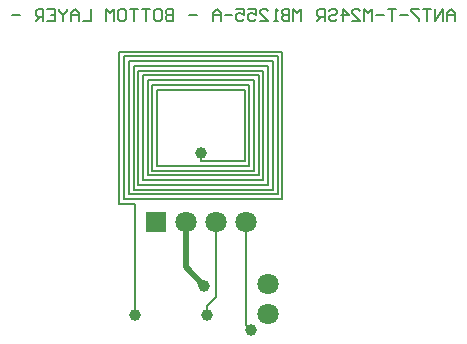
<source format=gbl>
G04 Layer_Physical_Order=2*
G04 Layer_Color=65280*
%FSLAX44Y44*%
%MOMM*%
G71*
G01*
G75*
%ADD13C,0.5000*%
%ADD14C,0.2000*%
%ADD15C,0.1500*%
%ADD16C,1.8000*%
%ADD17R,1.8000X1.8000*%
%ADD18C,1.0000*%
D13*
X62300Y111700D02*
X78000Y96000D01*
X62300Y111700D02*
Y145000D01*
D14*
X74980Y201310D02*
Y207980D01*
X6000Y294010D02*
X144000D01*
Y169310D02*
Y294010D01*
X9999Y169290D02*
X144000Y169310D01*
X139999Y173310D02*
Y290010D01*
X14000Y173290D02*
X139999Y173310D01*
X136000Y177310D02*
Y286010D01*
X18000Y177290D02*
X136000Y177310D01*
X132000Y181310D02*
Y282010D01*
X22000Y181290D02*
X132000Y181310D01*
X128000Y185310D02*
Y278010D01*
X26000Y185290D02*
X128000Y185310D01*
X124000Y189310D02*
Y274010D01*
X29999Y189290D02*
X124000Y189310D01*
X119999Y193310D02*
Y270010D01*
X34000Y193290D02*
X119999Y193310D01*
X116000Y197310D02*
Y266010D01*
X38000Y197290D02*
X116000Y197310D01*
X112000Y201310D02*
Y262010D01*
X74999Y201290D02*
X112000Y201310D01*
X6000Y165290D02*
Y294010D01*
X9999Y169290D02*
Y290010D01*
X139999D01*
X14000Y173290D02*
Y286010D01*
X136000D01*
X18000Y177290D02*
Y282010D01*
X132000D01*
X22000Y181290D02*
X22029Y277950D01*
X128000Y278010D01*
X26000Y185290D02*
Y274010D01*
X124000D01*
X29999Y189290D02*
Y270010D01*
X119999D01*
X34000Y193290D02*
Y266010D01*
X116000D01*
X38000Y197290D02*
Y262010D01*
X112000D01*
X6000Y165290D02*
X19370D01*
Y70770D02*
Y165290D01*
X19300Y70700D02*
X19370Y70770D01*
X113100Y62900D02*
X117500Y58500D01*
X113100Y62900D02*
Y145000D01*
X87700Y86200D02*
Y145000D01*
X80500Y71000D02*
Y79000D01*
X87700Y86200D01*
D15*
X290000Y320000D02*
Y326665D01*
X286668Y329997D01*
X283335Y326665D01*
Y320000D01*
Y324998D01*
X290000D01*
X280003Y320000D02*
Y329997D01*
X273339Y320000D01*
Y329997D01*
X270006D02*
X263342D01*
X266674D01*
Y320000D01*
X260010Y329997D02*
X253345D01*
Y328331D01*
X260010Y321666D01*
Y320000D01*
X250013Y324998D02*
X243348D01*
X240016Y329997D02*
X233352D01*
X236684D01*
Y320000D01*
X230019Y324998D02*
X223355D01*
X220023Y320000D02*
Y329997D01*
X216690Y326665D01*
X213358Y329997D01*
Y320000D01*
X203361D02*
X210026D01*
X203361Y326665D01*
Y328331D01*
X205027Y329997D01*
X208360D01*
X210026Y328331D01*
X195031Y320000D02*
Y329997D01*
X200029Y324998D01*
X193365D01*
X183368Y328331D02*
X185034Y329997D01*
X188366D01*
X190032Y328331D01*
Y326665D01*
X188366Y324998D01*
X185034D01*
X183368Y323332D01*
Y321666D01*
X185034Y320000D01*
X188366D01*
X190032Y321666D01*
X180035Y320000D02*
Y329997D01*
X175037D01*
X173371Y328331D01*
Y324998D01*
X175037Y323332D01*
X180035D01*
X176703D02*
X173371Y320000D01*
X160042D02*
Y329997D01*
X156710Y326665D01*
X153377Y329997D01*
Y320000D01*
X150045Y329997D02*
Y320000D01*
X145047D01*
X143381Y321666D01*
Y323332D01*
X145047Y324998D01*
X150045D01*
X145047D01*
X143381Y326665D01*
Y328331D01*
X145047Y329997D01*
X150045D01*
X140048Y320000D02*
X136716D01*
X138382D01*
Y329997D01*
X140048Y328331D01*
X125053Y320000D02*
X131718D01*
X125053Y326665D01*
Y328331D01*
X126719Y329997D01*
X130051D01*
X131718Y328331D01*
X115056Y329997D02*
X121721D01*
Y324998D01*
X118389Y326665D01*
X116722D01*
X115056Y324998D01*
Y321666D01*
X116722Y320000D01*
X120055D01*
X121721Y321666D01*
X105060Y329997D02*
X111724D01*
Y324998D01*
X108392Y326665D01*
X106726D01*
X105060Y324998D01*
Y321666D01*
X106726Y320000D01*
X110058D01*
X111724Y321666D01*
X101727Y324998D02*
X95063D01*
X91731Y320000D02*
Y326665D01*
X88398Y329997D01*
X85066Y326665D01*
Y320000D01*
Y324998D01*
X91731D01*
X71737D02*
X65072D01*
X51743Y329997D02*
Y320000D01*
X46745D01*
X45079Y321666D01*
Y323332D01*
X46745Y324998D01*
X51743D01*
X46745D01*
X45079Y326665D01*
Y328331D01*
X46745Y329997D01*
X51743D01*
X36748D02*
X40080D01*
X41747Y328331D01*
Y321666D01*
X40080Y320000D01*
X36748D01*
X35082Y321666D01*
Y328331D01*
X36748Y329997D01*
X31750D02*
X25085D01*
X28418D01*
Y320000D01*
X21753Y329997D02*
X15089D01*
X18421D01*
Y320000D01*
X6758Y329997D02*
X10090D01*
X11756Y328331D01*
Y321666D01*
X10090Y320000D01*
X6758D01*
X5092Y321666D01*
Y328331D01*
X6758Y329997D01*
X1760Y320000D02*
Y329997D01*
X-1573Y326665D01*
X-4905Y329997D01*
Y320000D01*
X-18234Y329997D02*
Y320000D01*
X-24899D01*
X-28231D02*
Y326665D01*
X-31563Y329997D01*
X-34895Y326665D01*
Y320000D01*
Y324998D01*
X-28231D01*
X-38228Y329997D02*
Y328331D01*
X-41560Y324998D01*
X-44892Y328331D01*
Y329997D01*
X-41560Y324998D02*
Y320000D01*
X-54889Y329997D02*
X-48224D01*
Y320000D01*
X-54889D01*
X-48224Y324998D02*
X-51557D01*
X-58221Y320000D02*
Y329997D01*
X-63219D01*
X-64886Y328331D01*
Y324998D01*
X-63219Y323332D01*
X-58221D01*
X-61553D02*
X-64886Y320000D01*
X-78215Y324998D02*
X-84879D01*
D16*
X131800Y97600D02*
D03*
Y72200D02*
D03*
X113100Y150000D02*
D03*
X87700D02*
D03*
X62300D02*
D03*
D17*
X36900D02*
D03*
D18*
X75000Y207980D02*
D03*
X19300Y70700D02*
D03*
X78000Y96000D02*
D03*
X117500Y58500D02*
D03*
X80500Y71000D02*
D03*
M02*

</source>
